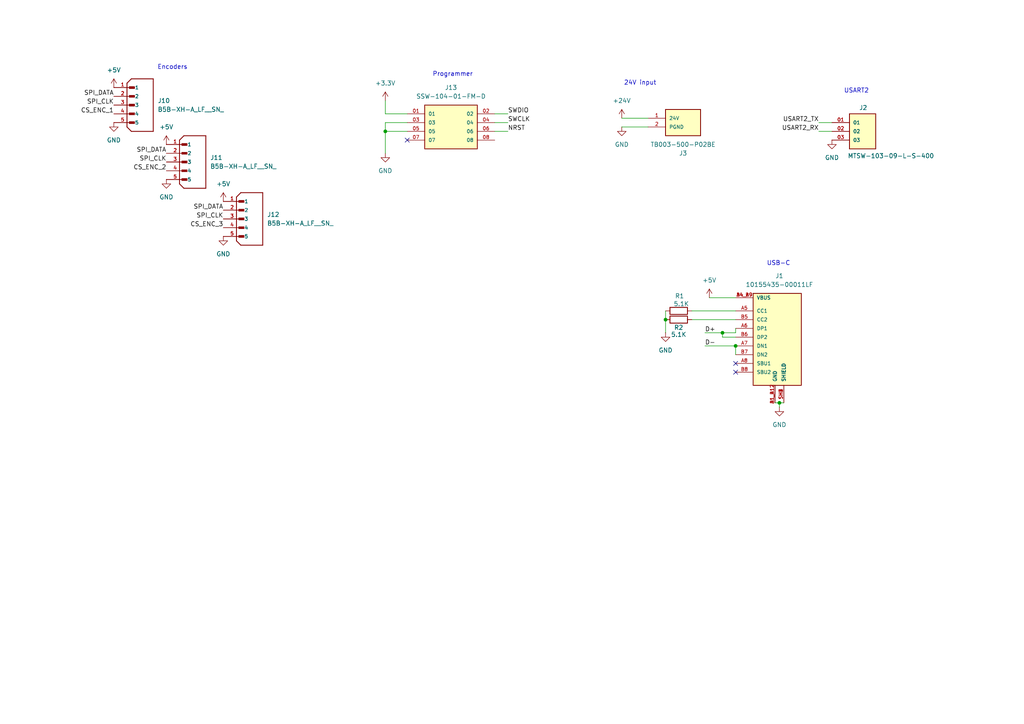
<source format=kicad_sch>
(kicad_sch (version 20250114) (generator "eeschema") (generator_version "9.0")
  (paper "A4")
  (lib_symbols
    (symbol "10155435-00011LF:10155435-00011LF" (pin_names (offset 1.016))
      (property "Reference" "J1" (at 0 17.78 0))
      (property "Value" "10155435-00011LF" (at 0 15.24 0))
      (symbol "10155435-00011LF_0_0"
        (rectangle (start -7.62 12.7) (end 6.35 -13.97) (stroke (width 0.254)) (fill (type background)))
        (pin power_in line (at -12.7 11.43 0) (length 5.08) (name "VBUS") (number "A4_B9"))
        (pin power_in line (at -12.7 11.43 0) (length 5.08) (name "VBUS") (number "B4_A9"))
        (pin bidirectional line (at -12.7 7.62 0) (length 5.08) (name "CC1") (number "A5"))
        (pin bidirectional line (at -12.7 5.08 0) (length 5.08) (name "CC2") (number "B5"))
        (pin bidirectional line (at -12.7 2.54 0) (length 5.08) (name "DP1") (number "A6"))
        (pin bidirectional line (at -12.7 0 0) (length 5.08) (name "DP2") (number "B6"))
        (pin bidirectional line (at -12.7 -2.54 0) (length 5.08) (name "DN1") (number "A7"))
        (pin bidirectional line (at -12.7 -5.08 0) (length 5.08) (name "DN2") (number "B7"))
        (pin bidirectional line (at -12.7 -7.62 0) (length 5.08) (name "SBU1") (number "A8"))
        (pin bidirectional line (at -12.7 -10.16 0) (length 5.08) (name "SBU2") (number "B8"))
        (pin power_in line (at -1.27 -19.05 90) (length 5.08) (name "GND") (number "A1_B12"))
        (pin power_in line (at -1.27 -19.05 90) (length 5.08) (name "GND") (number "B1_A12"))
        (pin passive line (at 1.27 -19.05 90) (length 5.08) (name "SHIELD") (number "SH1"))
        (pin passive line (at 1.27 -19.05 90) (length 5.08) (name "SHIELD") (number "SH2"))
        (pin passive line (at 1.27 -19.05 90) (length 5.08) (name "SHIELD") (number "SH3"))
        (pin passive line (at 1.27 -19.05 90) (length 5.08) (name "SHIELD") (number "SH4"))
      )
    )
    (symbol "B5B-XH-A_LF__SN_:B5B-XH-A_LF__SN_" (pin_names (offset 1.016))
      (property "Reference" "J" (at -2.54 8.89 0))
      (property "Value" "B5B-XH-A_LF__SN_" (at -2.54 -10.16 0))
      (symbol "B5B-XH-A_LF__SN__0_0"
        (polyline (pts (xy -3.81 6.35) (xy -3.81 -6.35)) (stroke (width 0.254)))
        (polyline (pts (xy -3.81 6.35) (xy -2.54 7.62)) (stroke (width 0.254)))
        (polyline (pts (xy -3.81 -6.35) (xy -2.54 -7.62)) (stroke (width 0.254)))
        (rectangle (start -3.175 4.7625) (end -1.5875 5.3975) (stroke (width 0.1)) (fill (type outline)))
        (rectangle (start -3.175 2.2225) (end -1.5875 2.8575) (stroke (width 0.1)) (fill (type outline)))
        (rectangle (start -3.175 -0.3175) (end -1.5875 0.3175) (stroke (width 0.1)) (fill (type outline)))
        (rectangle (start -3.175 -2.8575) (end -1.5875 -2.2225) (stroke (width 0.1)) (fill (type outline)))
        (rectangle (start -3.175 -5.3975) (end -1.5875 -4.7625) (stroke (width 0.1)) (fill (type outline)))
        (polyline (pts (xy -2.54 -7.62) (xy 3.81 -7.62)) (stroke (width 0.254)))
        (polyline (pts (xy 3.81 7.62) (xy -2.54 7.62)) (stroke (width 0.254)))
        (polyline (pts (xy 3.81 -7.62) (xy 3.81 7.62)) (stroke (width 0.254)))
        (pin passive line (at -7.62 5.08 0) (length 5.08) (name "1") (number "1"))
        (pin passive line (at -7.62 2.54 0) (length 5.08) (name "2") (number "2"))
        (pin passive line (at -7.62 0 0) (length 5.08) (name "3") (number "3"))
        (pin passive line (at -7.62 -2.54 0) (length 5.08) (name "4") (number "4"))
        (pin passive line (at -7.62 -5.08 0) (length 5.08) (name "5") (number "5"))
      )
    )
    (symbol "Device:R" (pin_numbers (hide yes)) (pin_names (offset 0))
      (property "Reference" "R" (at 2.032 0 90))
      (property "Value" "R" (at 0 0 90))
      (symbol "R_0_1"
        (rectangle (start -1.016 -2.54) (end 1.016 2.54) (stroke (width 0.254)))
      )
      (symbol "R_1_1"
        (pin passive line (at 0 3.81 270) (length 1.27) (name "~") (number "1"))
        (pin passive line (at 0 -3.81 90) (length 1.27) (name "~") (number "2"))
      )
    )
    (symbol "MTSW-103-09-L-S-400:MTSW-103-09-L-S-400" (pin_names (offset 1.016))
      (property "Reference" "J2" (at -1.016 6.858 0))
      (property "Value" "MTSW-103-09-L-S-400" (at -6.858 -7.874 0))
      (symbol "MTSW-103-09-L-S-400_0_0"
        (rectangle (start -3.81 5.08) (end 3.81 -5.08) (stroke (width 0.254)) (fill (type background)))
        (pin passive line (at -8.89 2.54 0) (length 5.08) (name "01") (number "01"))
        (pin passive line (at -8.89 0 0) (length 5.08) (name "02") (number "02"))
        (pin passive line (at -8.89 -2.54 0) (length 5.08) (name "03") (number "03"))
      )
    )
    (symbol "SSW-104-01-FM-D:SSW-104-01-FM-D" (pin_names (offset 1.016))
      (property "Reference" "J" (at -8.12 7.62 0))
      (property "Value" "SSW-104-01-FM-D" (at -7.62 -7.62 0))
      (symbol "SSW-104-01-FM-D_0_0"
        (rectangle (start -7.62 -5.08) (end 7.62 7.62) (stroke (width 0.254)) (fill (type background)))
        (pin passive line (at -12.7 5.08 0) (length 5.08) (name "01") (number "01"))
        (pin passive line (at -12.7 2.54 0) (length 5.08) (name "03") (number "03"))
        (pin passive line (at -12.7 0 0) (length 5.08) (name "05") (number "05"))
        (pin passive line (at -12.7 -2.54 0) (length 5.08) (name "07") (number "07"))
        (pin passive line (at 12.7 5.08 180) (length 5.08) (name "02") (number "02"))
        (pin passive line (at 12.7 2.54 180) (length 5.08) (name "04") (number "04"))
        (pin passive line (at 12.7 0 180) (length 5.08) (name "06") (number "06"))
        (pin passive line (at 12.7 -2.54 180) (length 5.08) (name "08") (number "08"))
      )
    )
    (symbol "TB003-500-P02BE:TB003-500-P02BE" (pin_names (offset 1.016))
      (property "Reference" "J3" (at 0 -7.62 0))
      (property "Value" "TB003-500-P02BE" (at 0 -5.08 0))
      (symbol "TB003-500-P02BE_0_0"
        (rectangle (start -5.08 -2.54) (end 5.08 5.08) (stroke (width 0.254)) (fill (type background)))
      )
      (symbol "TB003-500-P02BE_1_0"
        (pin passive line (at -10.16 2.54 0) (length 5.08) (name "24V") (number "1"))
        (pin passive line (at -10.16 0 0) (length 5.08) (name "PGND") (number "2"))
      )
    )
    (symbol "power:+3.3V" (power) (pin_numbers (hide yes)) (pin_names (offset 0) (hide yes))
      (property "Value" "+3.3V" (at 0 3.556 0))
      (symbol "+3.3V_0_1"
        (polyline (pts (xy -0.762 1.27) (xy 0 2.54)))
        (polyline (pts (xy 0 2.54) (xy 0.762 1.27)))
        (polyline (pts (xy 0 0) (xy 0 2.54)))
      )
      (symbol "+3.3V_1_1"
        (pin power_in line (at 0 0 90) (length 0) (name "~") (number "1"))
      )
    )
    (symbol "power:+5V" (power) (pin_numbers (hide yes)) (pin_names (offset 0) (hide yes))
      (property "Value" "+5V" (at 0 3.556 0))
      (symbol "+5V_0_1"
        (polyline (pts (xy -0.762 1.27) (xy 0 2.54)))
        (polyline (pts (xy 0 2.54) (xy 0.762 1.27)))
        (polyline (pts (xy 0 0) (xy 0 2.54)))
      )
      (symbol "+5V_1_1"
        (pin power_in line (at 0 0 90) (length 0) (name "~") (number "1"))
      )
    )
    (symbol "power:GND" (power) (pin_numbers (hide yes)) (pin_names (offset 0) (hide yes))
      (property "Value" "GND" (at 0 -3.81 0))
      (symbol "GND_0_1"
        (polyline (pts (xy 0 0) (xy 0 -1.27) (xy 1.27 -1.27) (xy 0 -2.54) (xy -1.27 -1.27) (xy 0 -1.27)))
      )
      (symbol "GND_1_1"
        (pin power_in line (at 0 0 270) (length 0) (name "~") (number "1"))
      )
    )
    (symbol "power:VDD" (power) (pin_numbers (hide yes)) (pin_names (offset 0) (hide yes))
      (property "Value" "VDD" (at 0 3.556 0))
      (symbol "VDD_0_1"
        (polyline (pts (xy -0.762 1.27) (xy 0 2.54)))
        (polyline (pts (xy 0 2.54) (xy 0.762 1.27)))
        (polyline (pts (xy 0 0) (xy 0 2.54)))
      )
      (symbol "VDD_1_1"
        (pin power_in line (at 0 0 90) (length 0) (name "~") (number "1"))
      )
    )
  )
  (text "USB-C\n" (at 225.806 76.454 0) (effects (font (size 1.27 1.27))))
  (text "Encoders\n" (at 50.038 19.558 0) (effects (font (size 1.27 1.27))))
  (text "USART2\n" (at 248.412 26.416 0) (effects (font (size 1.27 1.27))))
  (text "Programmer\n" (at 131.318 21.59 0) (effects (font (size 1.27 1.27))))
  (text "24V input\n" (at 185.674 24.13 0) (effects (font (size 1.27 1.27))))
  (junction (at 111.76 38.1))
  (junction (at 226.06 116.84))
  (junction (at 209.55 96.52))
  (junction (at 213.36 100.33))
  (junction (at 193.04 92.71))
  (no_connect (at 118.11 40.64))
  (no_connect (at 213.36 105.41))
  (no_connect (at 213.36 107.95))
  (wire (pts (xy 180.34 36.83) (xy 187.96 36.83)))
  (wire (pts (xy 226.06 118.11) (xy 226.06 116.84)))
  (wire (pts (xy 213.36 100.33) (xy 213.36 102.87)))
  (wire (pts (xy 213.36 96.52) (xy 209.55 96.52)))
  (wire (pts (xy 205.74 86.36) (xy 213.36 86.36)))
  (wire (pts (xy 224.79 116.84) (xy 226.06 116.84)))
  (wire (pts (xy 213.36 97.79) (xy 209.55 97.79)))
  (wire (pts (xy 111.76 38.1) (xy 118.11 38.1)))
  (wire (pts (xy 118.11 35.56) (xy 111.76 35.56)))
  (wire (pts (xy 204.47 100.33) (xy 213.36 100.33)))
  (wire (pts (xy 226.06 116.84) (xy 227.33 116.84)))
  (wire (pts (xy 111.76 38.1) (xy 111.76 44.45)))
  (wire (pts (xy 180.34 34.29) (xy 187.96 34.29)))
  (wire (pts (xy 213.36 96.52) (xy 213.36 95.25)))
  (wire (pts (xy 237.49 38.1) (xy 241.3 38.1)))
  (wire (pts (xy 204.47 96.52) (xy 209.55 96.52)))
  (wire (pts (xy 193.04 92.71) (xy 193.04 96.52)))
  (wire (pts (xy 111.76 35.56) (xy 111.76 38.1)))
  (wire (pts (xy 143.51 38.1) (xy 147.32 38.1)))
  (wire (pts (xy 237.49 35.56) (xy 241.3 35.56)))
  (wire (pts (xy 209.55 97.79) (xy 209.55 96.52)))
  (wire (pts (xy 118.11 33.02) (xy 111.76 33.02)))
  (wire (pts (xy 193.04 90.17) (xy 193.04 92.71)))
  (wire (pts (xy 143.51 35.56) (xy 147.32 35.56)))
  (wire (pts (xy 200.66 90.17) (xy 213.36 90.17)))
  (wire (pts (xy 143.51 33.02) (xy 147.32 33.02)))
  (wire (pts (xy 200.66 92.71) (xy 213.36 92.71)))
  (wire (pts (xy 111.76 33.02) (xy 111.76 29.21)))
  (label "CS_ENC_3" (at 64.77 66.04 180))
  (label "SPI_CLK" (at 33.02 30.48 180))
  (label "SPI_CLK" (at 64.77 63.5 180))
  (label "D-" (at 204.47 100.33 0))
  (label "CS_ENC_1" (at 33.02 33.02 180))
  (label "NRST" (at 147.32 38.1 0))
  (label "USART2_TX" (at 237.49 35.56 180))
  (label "SPI_DATA" (at 33.02 27.94 180))
  (label "D+" (at 204.47 96.52 0))
  (label "SWCLK" (at 147.32 35.56 0))
  (label "CS_ENC_2" (at 48.26 49.53 180))
  (label "SPI_DATA" (at 64.77 60.96 180))
  (label "SPI_CLK" (at 48.26 46.99 180))
  (label "SPI_DATA" (at 48.26 44.45 180))
  (label "SWDIO" (at 147.32 33.02 0))
  (label "USART2_RX" (at 237.49 38.1 180))
  (symbol (lib_id "TB003-500-P02BE:TB003-500-P02BE") (at 198.12 36.83 0) (unit 1)
    (property "Reference" "J3" (at 198.12 44.45 0))
    (property "Value" "TB003-500-P02BE" (at 198.12 41.91 0))
    (property "Footprint" "TB003-500-P02BE:CUI_TB003-500-P02BE" (effects (hide yes)))
    (property "MF" "Same Sky" (effects (hide yes)))
    (property "Description_1" "\n                        \n                            2~24 Poles, Screw Type, Horizontal, 5.0 Pitch, 26~14 (AWG), Terminal Block Connector\n                        \n" (effects (hide yes)))
    (property "Package" "None" (effects (hide yes)))
    (property "Price" "None" (effects (hide yes)))
    (property "Check_prices" "https://www.snapeda.com/parts/TB003-500-P02BE/Same+Sky/view-part/?ref=eda" (effects (hide yes)))
    (property "STANDARD" "Manufacturer Recommendations" (effects (hide yes)))
    (property "SnapEDA_Link" "https://www.snapeda.com/parts/TB003-500-P02BE/Same+Sky/view-part/?ref=snap" (effects (hide yes)))
    (property "MP" "TB003-500-P02BE" (effects (hide yes)))
    (property "Availability" "In Stock" (effects (hide yes)))
    (property "MANUFACTURER" "CUI" (effects (hide yes)))
  )
  (symbol (lib_id "Device:R") (at 196.85 90.17 90) (unit 1)
    (property "Reference" "R1" (at 197.104 85.852 90))
    (property "Value" "5.1K" (at 197.612 88.138 90))
    (property "Footprint" "Resistor_SMD:R_0603_1608Metric_Pad0.98x0.95mm_HandSolder" (effects (hide yes)))
    (property "Description" "Resistor" (effects (hide yes)))
  )
  (symbol (lib_id "power:GND") (at 241.3 40.64 0) (unit 1)
    (property "Reference" "#PWR084" (effects (hide yes)))
    (property "Value" "GND" (at 241.3 45.72 0))
    (property "Description" "Power symbol creates a global label with name \"GND\" , ground" (effects (hide yes)))
  )
  (symbol (lib_id "power:GND") (at 48.26 52.07 0) (unit 1)
    (property "Reference" "#PWR076" (effects (hide yes)))
    (property "Value" "GND" (at 48.26 57.15 0))
    (property "Description" "Power symbol creates a global label with name \"GND\" , ground" (effects (hide yes)))
  )
  (symbol (lib_id "power:VDD") (at 180.34 34.29 0) (unit 1)
    (property "Reference" "#PWR030" (effects (hide yes)))
    (property "Value" "+24V" (at 180.34 29.21 0))
    (property "Description" "Power symbol creates a global label with name \"VDD\"" (effects (hide yes)))
  )
  (symbol (lib_id "power:+5V") (at 48.26 41.91 0) (unit 1)
    (property "Reference" "#PWR073" (effects (hide yes)))
    (property "Value" "+5V" (at 48.26 36.83 0))
    (property "Description" "Power symbol creates a global label with name \"+5V\"" (effects (hide yes)))
  )
  (symbol (lib_id "B5B-XH-A_LF__SN_:B5B-XH-A_LF__SN_") (at 40.64 30.48 0) (unit 1)
    (property "Reference" "J10" (at 45.72 29.2099 0) (effects (justify left)))
    (property "Value" "B5B-XH-A_LF__SN_" (at 45.72 31.7499 0) (effects (justify left)))
    (property "Footprint" "B5B-XH-A_LF__SN_:JST_B5B-XH-A_LF__SN_" (effects (hide yes)))
    (property "MF" "JST Sales" (effects (hide yes)))
    (property "MAXIMUM_PACKAGE_HEIGHT" "7.00 mm" (effects (hide yes)))
    (property "Package" "None" (effects (hide yes)))
    (property "Price" "None" (effects (hide yes)))
    (property "Check_prices" "https://www.snapeda.com/parts/B5B-XH-A(LF)(SN)/JST/view-part/?ref=eda" (effects (hide yes)))
    (property "STANDARD" "Manufacturer Recommendations" (effects (hide yes)))
    (property "PARTREV" "7/4/21" (effects (hide yes)))
    (property "SnapEDA_Link" "https://www.snapeda.com/parts/B5B-XH-A(LF)(SN)/JST/view-part/?ref=snap" (effects (hide yes)))
    (property "MP" "B5B-XH-A(LF)(SN)" (effects (hide yes)))
    (property "Description_1" "\n                        \n                            Connector Header Through Hole 5 position 0.098 (2.50mm)\n                        \n" (effects (hide yes)))
    (property "Availability" "In Stock" (effects (hide yes)))
    (property "MANUFACTURER" "JST" (effects (hide yes)))
  )
  (symbol (lib_id "power:GND") (at 226.06 118.11 0) (unit 1)
    (property "Reference" "#PWR01" (effects (hide yes)))
    (property "Value" "GND" (at 226.06 123.19 0))
    (property "Description" "Power symbol creates a global label with name \"GND\" , ground" (effects (hide yes)))
  )
  (symbol (lib_id "MTSW-103-09-L-S-400:MTSW-103-09-L-S-400") (at 250.19 38.1 0) (unit 1)
    (property "Reference" "J2" (at 249.174 31.242 0) (effects (justify left)))
    (property "Value" "MTSW-103-09-L-S-400" (at 245.872 45.212 0) (effects (justify left)))
    (property "Footprint" "MTSW-103-09-L-S-400:SAMTEC_MTSW-103-09-L-S-400" (effects (hide yes)))
    (property "MF" "Samtec" (effects (hide yes)))
    (property "Description_1" "CONN HEADER VERT 3POS 2.54MM" (effects (hide yes)))
    (property "Package" "None" (effects (hide yes)))
    (property "Price" "None" (effects (hide yes)))
    (property "Check_prices" "https://www.snapeda.com/parts/MTSW-103-09-L-S-400/Samtec/view-part/?ref=eda" (effects (hide yes)))
    (property "STANDARD" "Manufacturer Recommendations" (effects (hide yes)))
    (property "PARTREV" "R" (effects (hide yes)))
    (property "SnapEDA_Link" "https://www.snapeda.com/parts/MTSW-103-09-L-S-400/Samtec/view-part/?ref=snap" (effects (hide yes)))
    (property "MP" "MTSW-103-09-L-S-400" (effects (hide yes)))
    (property "Availability" "In Stock" (effects (hide yes)))
    (property "MANUFACTURER" "Samtec" (effects (hide yes)))
  )
  (symbol (lib_id "power:GND") (at 33.02 35.56 0) (unit 1)
    (property "Reference" "#PWR075" (effects (hide yes)))
    (property "Value" "GND" (at 33.02 40.64 0))
    (property "Description" "Power symbol creates a global label with name \"GND\" , ground" (effects (hide yes)))
  )
  (symbol (lib_id "power:+5V") (at 33.02 25.4 0) (unit 1)
    (property "Reference" "#PWR072" (effects (hide yes)))
    (property "Value" "+5V" (at 33.02 20.32 0))
    (property "Description" "Power symbol creates a global label with name \"+5V\"" (effects (hide yes)))
  )
  (symbol (lib_id "power:+3.3V") (at 111.76 29.21 0) (unit 1)
    (property "Reference" "#PWR05" (effects (hide yes)))
    (property "Value" "+3.3V" (at 111.76 24.13 0))
    (property "Description" "Power symbol creates a global label with name \"+3.3V\"" (effects (hide yes)))
  )
  (symbol (lib_id "B5B-XH-A_LF__SN_:B5B-XH-A_LF__SN_") (at 72.39 63.5 0) (unit 1)
    (property "Reference" "J12" (at 77.47 62.2299 0) (effects (justify left)))
    (property "Value" "B5B-XH-A_LF__SN_" (at 77.47 64.7699 0) (effects (justify left)))
    (property "Footprint" "B5B-XH-A_LF__SN_:JST_B5B-XH-A_LF__SN_" (effects (hide yes)))
    (property "MF" "JST Sales" (effects (hide yes)))
    (property "MAXIMUM_PACKAGE_HEIGHT" "7.00 mm" (effects (hide yes)))
    (property "Package" "None" (effects (hide yes)))
    (property "Price" "None" (effects (hide yes)))
    (property "Check_prices" "https://www.snapeda.com/parts/B5B-XH-A(LF)(SN)/JST/view-part/?ref=eda" (effects (hide yes)))
    (property "STANDARD" "Manufacturer Recommendations" (effects (hide yes)))
    (property "PARTREV" "7/4/21" (effects (hide yes)))
    (property "SnapEDA_Link" "https://www.snapeda.com/parts/B5B-XH-A(LF)(SN)/JST/view-part/?ref=snap" (effects (hide yes)))
    (property "MP" "B5B-XH-A(LF)(SN)" (effects (hide yes)))
    (property "Description_1" "\n                        \n                            Connector Header Through Hole 5 position 0.098 (2.50mm)\n                        \n" (effects (hide yes)))
    (property "Availability" "In Stock" (effects (hide yes)))
    (property "MANUFACTURER" "JST" (effects (hide yes)))
  )
  (symbol (lib_id "power:GND") (at 111.76 44.45 0) (unit 1)
    (property "Reference" "#PWR09" (effects (hide yes)))
    (property "Value" "GND" (at 111.76 49.53 0))
    (property "Description" "Power symbol creates a global label with name \"GND\" , ground" (effects (hide yes)))
  )
  (symbol (lib_id "power:GND") (at 64.77 68.58 0) (unit 1)
    (property "Reference" "#PWR077" (effects (hide yes)))
    (property "Value" "GND" (at 64.77 73.66 0))
    (property "Description" "Power symbol creates a global label with name \"GND\" , ground" (effects (hide yes)))
  )
  (symbol (lib_id "power:GND") (at 180.34 36.83 0) (unit 1)
    (property "Reference" "#PWR031" (effects (hide yes)))
    (property "Value" "GND" (at 180.34 41.91 0))
    (property "Description" "Power symbol creates a global label with name \"GND\" , ground" (effects (hide yes)))
  )
  (symbol (lib_id "SSW-104-01-FM-D:SSW-104-01-FM-D") (at 130.81 38.1 0) (unit 1)
    (property "Reference" "J13" (at 130.81 25.4 0))
    (property "Value" "SSW-104-01-FM-D" (at 130.81 27.94 0))
    (property "Footprint" "SSW-104-01-FM-D:SAMTEC_SSW-104-01-FM-D" (effects (hide yes)))
    (property "MF" "Samtec" (effects (hide yes)))
    (property "Description_1" "8 Position Receptacle Connector 0.100 (2.54mm) Through Hole Gold" (effects (hide yes)))
    (property "Package" "None" (effects (hide yes)))
    (property "Price" "None" (effects (hide yes)))
    (property "Check_prices" "https://www.snapeda.com/parts/SSW-104-01-FM-D/Samtec/view-part/?ref=eda" (effects (hide yes)))
    (property "STANDARD" "Manufacturer Recommendations" (effects (hide yes)))
    (property "PARTREV" "R" (effects (hide yes)))
    (property "SnapEDA_Link" "https://www.snapeda.com/parts/SSW-104-01-FM-D/Samtec/view-part/?ref=snap" (effects (hide yes)))
    (property "MP" "SSW-104-01-FM-D" (effects (hide yes)))
    (property "Availability" "In Stock" (effects (hide yes)))
    (property "MANUFACTURER" "Samtec" (effects (hide yes)))
  )
  (symbol (lib_id "10155435-00011LF:10155435-00011LF") (at 226.06 97.79 0) (unit 1)
    (property "Reference" "J1" (at 226.06 80.01 0))
    (property "Value" "10155435-00011LF" (at 226.06 82.55 0))
    (property "Footprint" "library:AMPHENOL_10155435-00011LF" (effects (hide yes)))
    (property "MF" "Amphenol ICC (FCI)" (effects (hide yes)))
    (property "MAXIMUM_PACKAGE_HEIGHT" "3.37 mm" (effects (hide yes)))
    (property "Package" "None" (effects (hide yes)))
    (property "Price" "None" (effects (hide yes)))
    (property "Check_prices" "https://www.snapeda.com/parts/10155435-00011LF/Amphenol+FCI/view-part/?ref=eda" (effects (hide yes)))
    (property "STANDARD" "Manufacturer Recommendations" (effects (hide yes)))
    (property "PARTREV" "C" (effects (hide yes)))
    (property "SnapEDA_Link" "https://www.snapeda.com/parts/10155435-00011LF/Amphenol+FCI/view-part/?ref=snap" (effects (hide yes)))
    (property "MP" "10155435-00011LF" (effects (hide yes)))
    (property "Description_1" "\n                        \n                            USB Type C Receptacle SMT Single Row 16Pin\n                        \n" (effects (hide yes)))
    (property "Availability" "In Stock" (effects (hide yes)))
    (property "MANUFACTURER" "Amphenol" (effects (hide yes)))
  )
  (symbol (lib_id "power:GND") (at 193.04 96.52 0) (unit 1)
    (property "Reference" "#PWR02" (effects (hide yes)))
    (property "Value" "GND" (at 193.04 101.6 0))
    (property "Description" "Power symbol creates a global label with name \"GND\" , ground" (effects (hide yes)))
  )
  (symbol (lib_id "B5B-XH-A_LF__SN_:B5B-XH-A_LF__SN_") (at 55.88 46.99 0) (unit 1)
    (property "Reference" "J11" (at 60.96 45.7199 0) (effects (justify left)))
    (property "Value" "B5B-XH-A_LF__SN_" (at 60.96 48.2599 0) (effects (justify left)))
    (property "Footprint" "B5B-XH-A_LF__SN_:JST_B5B-XH-A_LF__SN_" (effects (hide yes)))
    (property "MF" "JST Sales" (effects (hide yes)))
    (property "MAXIMUM_PACKAGE_HEIGHT" "7.00 mm" (effects (hide yes)))
    (property "Package" "None" (effects (hide yes)))
    (property "Price" "None" (effects (hide yes)))
    (property "Check_prices" "https://www.snapeda.com/parts/B5B-XH-A(LF)(SN)/JST/view-part/?ref=eda" (effects (hide yes)))
    (property "STANDARD" "Manufacturer Recommendations" (effects (hide yes)))
    (property "PARTREV" "7/4/21" (effects (hide yes)))
    (property "SnapEDA_Link" "https://www.snapeda.com/parts/B5B-XH-A(LF)(SN)/JST/view-part/?ref=snap" (effects (hide yes)))
    (property "MP" "B5B-XH-A(LF)(SN)" (effects (hide yes)))
    (property "Description_1" "\n                        \n                            Connector Header Through Hole 5 position 0.098 (2.50mm)\n                        \n" (effects (hide yes)))
    (property "Availability" "In Stock" (effects (hide yes)))
    (property "MANUFACTURER" "JST" (effects (hide yes)))
  )
  (symbol (lib_id "Device:R") (at 196.85 92.71 90) (unit 1)
    (property "Reference" "R2" (at 196.85 94.996 90))
    (property "Value" "5.1K" (at 196.85 97.028 90))
    (property "Footprint" "Resistor_SMD:R_0603_1608Metric_Pad0.98x0.95mm_HandSolder" (effects (hide yes)))
    (property "Description" "Resistor" (effects (hide yes)))
  )
  (symbol (lib_id "power:+5V") (at 64.77 58.42 0) (unit 1)
    (property "Reference" "#PWR074" (effects (hide yes)))
    (property "Value" "+5V" (at 64.77 53.34 0))
    (property "Description" "Power symbol creates a global label with name \"+5V\"" (effects (hide yes)))
  )
  (symbol (lib_id "power:+5V") (at 205.74 86.36 0) (unit 1)
    (property "Reference" "#PWR03" (effects (hide yes)))
    (property "Value" "+5V" (at 205.74 81.28 0))
    (property "Description" "Power symbol creates a global label with name \"+5V\"" (effects (hide yes)))
  )
)
</source>
